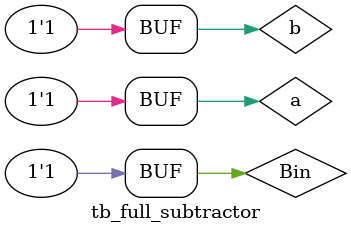
<source format=v>
module tb_full_subtractor;
  reg a, b, Bin;
  wire D, Bout;
  
  full_subtractor fs(a, b, Bin, D, Bout);
  
initial begin
  $monitor("At time %0t: a=%b b=%b, Bin=%b, difference=%b, borrow=%b",$time, a,b,Bin,D,Bout);
    a = 0; b = 0; Bin = 0; #1;
    a = 0; b = 0; Bin = 1; #1;
    a = 0; b = 1; Bin = 0; #1;
    a = 0; b = 1; Bin = 1; #1;
    a = 1; b = 0; Bin = 0; #1;
    a = 1; b = 0; Bin = 1; #1;
    a = 1; b = 1; Bin = 0; #1;
    a = 1; b = 1; Bin = 1;
  end
endmodule

</source>
